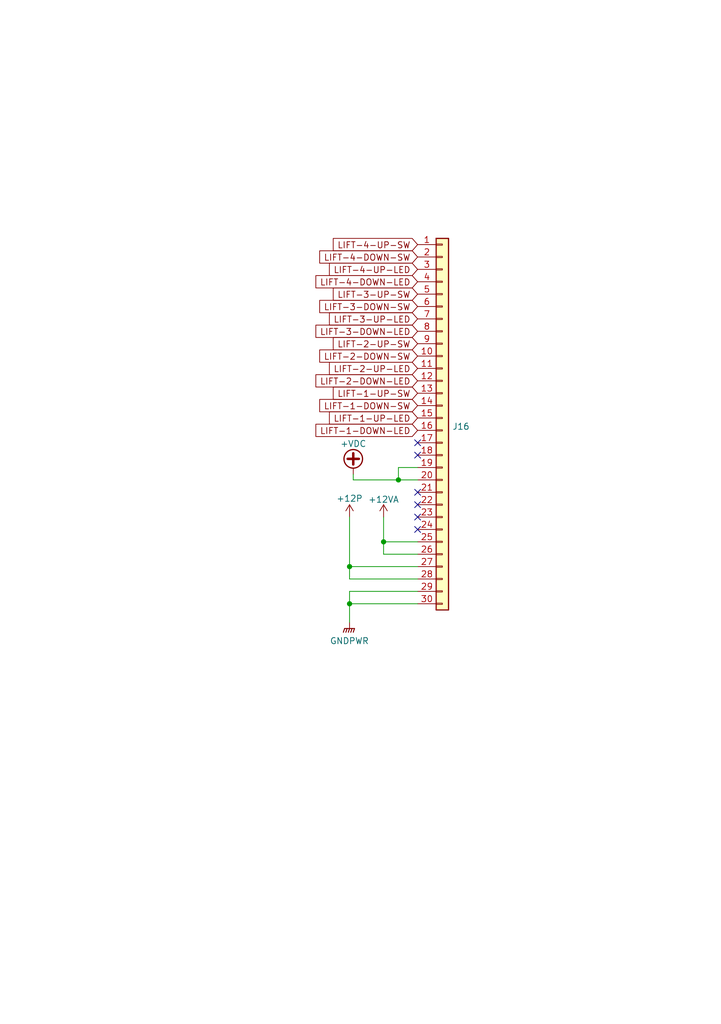
<source format=kicad_sch>
(kicad_sch (version 20231120) (generator "eeschema") (generator_version "8.0")
  (paper "A5" portrait)
  (lib_symbols
    (symbol "Connector_Generic:Conn_01x30" (pin_names (offset 1.016) hide)
      (property "Reference" "J" (at 0 38.1 0))
      (property "Value" "Conn_01x30" (at 0 -40.64 0))
      (symbol "Conn_01x30_1_1"
        (rectangle (start -1.27 -37.973) (end 0 -38.227) (stroke (width 0.1524)))
        (rectangle (start -1.27 -35.433) (end 0 -35.687) (stroke (width 0.1524)))
        (rectangle (start -1.27 -32.893) (end 0 -33.147) (stroke (width 0.1524)))
        (rectangle (start -1.27 -30.353) (end 0 -30.607) (stroke (width 0.1524)))
        (rectangle (start -1.27 -27.813) (end 0 -28.067) (stroke (width 0.1524)))
        (rectangle (start -1.27 -25.273) (end 0 -25.527) (stroke (width 0.1524)))
        (rectangle (start -1.27 -22.733) (end 0 -22.987) (stroke (width 0.1524)))
        (rectangle (start -1.27 -20.193) (end 0 -20.447) (stroke (width 0.1524)))
        (rectangle (start -1.27 -17.653) (end 0 -17.907) (stroke (width 0.1524)))
        (rectangle (start -1.27 -15.113) (end 0 -15.367) (stroke (width 0.1524)))
        (rectangle (start -1.27 -12.573) (end 0 -12.827) (stroke (width 0.1524)))
        (rectangle (start -1.27 -10.033) (end 0 -10.287) (stroke (width 0.1524)))
        (rectangle (start -1.27 -7.493) (end 0 -7.747) (stroke (width 0.1524)))
        (rectangle (start -1.27 -4.953) (end 0 -5.207) (stroke (width 0.1524)))
        (rectangle (start -1.27 -2.413) (end 0 -2.667) (stroke (width 0.1524)))
        (rectangle (start -1.27 0.127) (end 0 -0.127) (stroke (width 0.1524)))
        (rectangle (start -1.27 2.667) (end 0 2.413) (stroke (width 0.1524)))
        (rectangle (start -1.27 5.207) (end 0 4.953) (stroke (width 0.1524)))
        (rectangle (start -1.27 7.747) (end 0 7.493) (stroke (width 0.1524)))
        (rectangle (start -1.27 10.287) (end 0 10.033) (stroke (width 0.1524)))
        (rectangle (start -1.27 12.827) (end 0 12.573) (stroke (width 0.1524)))
        (rectangle (start -1.27 15.367) (end 0 15.113) (stroke (width 0.1524)))
        (rectangle (start -1.27 17.907) (end 0 17.653) (stroke (width 0.1524)))
        (rectangle (start -1.27 20.447) (end 0 20.193) (stroke (width 0.1524)))
        (rectangle (start -1.27 22.987) (end 0 22.733) (stroke (width 0.1524)))
        (rectangle (start -1.27 25.527) (end 0 25.273) (stroke (width 0.1524)))
        (rectangle (start -1.27 28.067) (end 0 27.813) (stroke (width 0.1524)))
        (rectangle (start -1.27 30.607) (end 0 30.353) (stroke (width 0.1524)))
        (rectangle (start -1.27 33.147) (end 0 32.893) (stroke (width 0.1524)))
        (rectangle (start -1.27 35.687) (end 0 35.433) (stroke (width 0.1524)))
        (rectangle (start -1.27 36.83) (end 1.27 -39.37) (stroke (width 0.254)) (fill (type background)))
        (pin passive line (at -5.08 35.56 0) (length 3.81) (name "Pin_1") (number "1"))
        (pin passive line (at -5.08 12.7 0) (length 3.81) (name "Pin_10") (number "10"))
        (pin passive line (at -5.08 10.16 0) (length 3.81) (name "Pin_11") (number "11"))
        (pin passive line (at -5.08 7.62 0) (length 3.81) (name "Pin_12") (number "12"))
        (pin passive line (at -5.08 5.08 0) (length 3.81) (name "Pin_13") (number "13"))
        (pin passive line (at -5.08 2.54 0) (length 3.81) (name "Pin_14") (number "14"))
        (pin passive line (at -5.08 0 0) (length 3.81) (name "Pin_15") (number "15"))
        (pin passive line (at -5.08 -2.54 0) (length 3.81) (name "Pin_16") (number "16"))
        (pin passive line (at -5.08 -5.08 0) (length 3.81) (name "Pin_17") (number "17"))
        (pin passive line (at -5.08 -7.62 0) (length 3.81) (name "Pin_18") (number "18"))
        (pin passive line (at -5.08 -10.16 0) (length 3.81) (name "Pin_19") (number "19"))
        (pin passive line (at -5.08 33.02 0) (length 3.81) (name "Pin_2") (number "2"))
        (pin passive line (at -5.08 -12.7 0) (length 3.81) (name "Pin_20") (number "20"))
        (pin passive line (at -5.08 -15.24 0) (length 3.81) (name "Pin_21") (number "21"))
        (pin passive line (at -5.08 -17.78 0) (length 3.81) (name "Pin_22") (number "22"))
        (pin passive line (at -5.08 -20.32 0) (length 3.81) (name "Pin_23") (number "23"))
        (pin passive line (at -5.08 -22.86 0) (length 3.81) (name "Pin_24") (number "24"))
        (pin passive line (at -5.08 -25.4 0) (length 3.81) (name "Pin_25") (number "25"))
        (pin passive line (at -5.08 -27.94 0) (length 3.81) (name "Pin_26") (number "26"))
        (pin passive line (at -5.08 -30.48 0) (length 3.81) (name "Pin_27") (number "27"))
        (pin passive line (at -5.08 -33.02 0) (length 3.81) (name "Pin_28") (number "28"))
        (pin passive line (at -5.08 -35.56 0) (length 3.81) (name "Pin_29") (number "29"))
        (pin passive line (at -5.08 30.48 0) (length 3.81) (name "Pin_3") (number "3"))
        (pin passive line (at -5.08 -38.1 0) (length 3.81) (name "Pin_30") (number "30"))
        (pin passive line (at -5.08 27.94 0) (length 3.81) (name "Pin_4") (number "4"))
        (pin passive line (at -5.08 25.4 0) (length 3.81) (name "Pin_5") (number "5"))
        (pin passive line (at -5.08 22.86 0) (length 3.81) (name "Pin_6") (number "6"))
        (pin passive line (at -5.08 20.32 0) (length 3.81) (name "Pin_7") (number "7"))
        (pin passive line (at -5.08 17.78 0) (length 3.81) (name "Pin_8") (number "8"))
        (pin passive line (at -5.08 15.24 0) (length 3.81) (name "Pin_9") (number "9"))
      )
    )
    (symbol "power:+12P" (power) (pin_names (offset 0))
      (property "Value" "+12P" (at 0 3.556 0))
      (symbol "+12P_0_1"
        (polyline (pts (xy -0.762 1.27) (xy 0 2.54)))
        (polyline (pts (xy 0 0) (xy 0 2.54)))
        (polyline (pts (xy 0 2.54) (xy 0.762 1.27)))
      )
      (symbol "+12P_1_1"
        (pin power_in line (at 0 0 90) (length 0) hide (name "+12P") (number "1"))
      )
    )
    (symbol "power:+12VA" (power) (pin_names (offset 0))
      (property "Value" "+12VA" (at 0 3.556 0))
      (symbol "+12VA_0_1"
        (polyline (pts (xy -0.762 1.27) (xy 0 2.54)))
        (polyline (pts (xy 0 0) (xy 0 2.54)))
        (polyline (pts (xy 0 2.54) (xy 0.762 1.27)))
      )
      (symbol "+12VA_1_1"
        (pin power_in line (at 0 0 90) (length 0) hide (name "+12VA") (number "1"))
      )
    )
    (symbol "power:+VDC" (power) (pin_names (offset 0))
      (property "Value" "+VDC" (at 0 6.35 0))
      (symbol "+VDC_0_1"
        (polyline (pts (xy -1.143 3.175) (xy 1.143 3.175)) (stroke (width 0.508)))
        (polyline (pts (xy 0 0) (xy 0 1.27)))
        (polyline (pts (xy 0 2.032) (xy 0 4.318)) (stroke (width 0.508)))
        (circle (center 0 3.175) (radius 1.905) (stroke (width 0.254)))
      )
      (symbol "+VDC_1_1"
        (pin power_in line (at 0 0 90) (length 0) hide (name "+VDC") (number "1"))
      )
    )
    (symbol "power:GNDPWR" (power) (pin_names (offset 0))
      (property "Value" "GNDPWR" (at 0 -3.302 0))
      (symbol "GNDPWR_0_1"
        (polyline (pts (xy 0 -1.27) (xy 0 0)))
        (polyline (pts (xy -1.016 -1.27) (xy -1.27 -2.032) (xy -1.27 -2.032)) (stroke (width 0.2032)))
        (polyline (pts (xy -0.508 -1.27) (xy -0.762 -2.032) (xy -0.762 -2.032)) (stroke (width 0.2032)))
        (polyline (pts (xy 0 -1.27) (xy -0.254 -2.032) (xy -0.254 -2.032)) (stroke (width 0.2032)))
        (polyline (pts (xy 0.508 -1.27) (xy 0.254 -2.032) (xy 0.254 -2.032)) (stroke (width 0.2032)))
        (polyline (pts (xy 1.016 -1.27) (xy -1.016 -1.27) (xy -1.016 -1.27)) (stroke (width 0.2032)))
        (polyline (pts (xy 1.016 -1.27) (xy 0.762 -2.032) (xy 0.762 -2.032) (xy 0.762 -2.032)) (stroke (width 0.2032)))
      )
      (symbol "GNDPWR_1_1"
        (pin power_in line (at 0 0 270) (length 0) hide (name "GNDPWR") (number "1"))
      )
    )
  )
  (junction (at 71.755 116.205))
  (junction (at 71.755 123.825))
  (junction (at 78.74 111.125))
  (junction (at 81.788 98.425))
  (no_connect (at 85.725 90.805))
  (no_connect (at 85.725 103.505))
  (no_connect (at 85.725 100.965))
  (no_connect (at 85.725 93.345))
  (no_connect (at 85.725 106.045))
  (no_connect (at 85.725 108.585))
  (wire (pts (xy 81.788 95.885) (xy 81.788 98.425)))
  (wire (pts (xy 78.74 111.125) (xy 78.74 113.665)))
  (wire (pts (xy 71.755 123.825) (xy 71.755 127.635)))
  (wire (pts (xy 85.725 121.285) (xy 71.755 121.285)))
  (wire (pts (xy 85.725 98.425) (xy 81.788 98.425)))
  (wire (pts (xy 71.755 118.745) (xy 71.755 116.205)))
  (wire (pts (xy 85.725 95.885) (xy 81.788 95.885)))
  (wire (pts (xy 71.755 121.285) (xy 71.755 123.825)))
  (wire (pts (xy 85.725 118.745) (xy 71.755 118.745)))
  (wire (pts (xy 81.788 98.425) (xy 72.517 98.425)))
  (wire (pts (xy 85.725 113.665) (xy 78.74 113.665)))
  (wire (pts (xy 85.725 116.205) (xy 71.755 116.205)))
  (wire (pts (xy 85.725 111.125) (xy 78.74 111.125)))
  (wire (pts (xy 72.517 98.425) (xy 72.517 97.282)))
  (wire (pts (xy 85.725 123.825) (xy 71.755 123.825)))
  (wire (pts (xy 71.755 116.205) (xy 71.755 106.045)))
  (wire (pts (xy 78.74 106.045) (xy 78.74 111.125)))
  (global_label "LIFT-3-UP-SW" (shape input) (at 85.725 60.325 180) (property "Intersheetrefs" "${INTERSHEET_REFS}" (effects (hide yes))))
  (global_label "LIFT-4-UP-LED" (shape input) (at 85.725 55.245 180) (property "Intersheetrefs" "${INTERSHEET_REFS}" (effects (hide yes))))
  (global_label "LIFT-2-UP-LED" (shape input) (at 85.725 75.565 180) (property "Intersheetrefs" "${INTERSHEET_REFS}" (effects (hide yes))))
  (global_label "LIFT-2-UP-SW" (shape input) (at 85.725 70.485 180) (property "Intersheetrefs" "${INTERSHEET_REFS}" (effects (hide yes))))
  (global_label "LIFT-1-UP-LED" (shape input) (at 85.725 85.725 180) (property "Intersheetrefs" "${INTERSHEET_REFS}" (effects (hide yes))))
  (global_label "LIFT-4-DOWN-LED" (shape input) (at 85.725 57.785 180) (property "Intersheetrefs" "${INTERSHEET_REFS}" (effects (hide yes))))
  (global_label "LIFT-3-DOWN-SW" (shape input) (at 85.725 62.865 180) (property "Intersheetrefs" "${INTERSHEET_REFS}" (effects (hide yes))))
  (global_label "LIFT-1-DOWN-LED" (shape input) (at 85.725 88.265 180) (property "Intersheetrefs" "${INTERSHEET_REFS}" (effects (hide yes))))
  (global_label "LIFT-2-DOWN-LED" (shape input) (at 85.725 78.105 180) (property "Intersheetrefs" "${INTERSHEET_REFS}" (effects (hide yes))))
  (global_label "LIFT-1-DOWN-SW" (shape input) (at 85.725 83.185 180) (property "Intersheetrefs" "${INTERSHEET_REFS}" (effects (hide yes))))
  (global_label "LIFT-4-UP-SW" (shape input) (at 85.725 50.165 180) (property "Intersheetrefs" "${INTERSHEET_REFS}" (effects (hide yes))))
  (global_label "LIFT-4-DOWN-SW" (shape input) (at 85.725 52.705 180) (property "Intersheetrefs" "${INTERSHEET_REFS}" (effects (hide yes))))
  (global_label "LIFT-3-UP-LED" (shape input) (at 85.725 65.405 180) (property "Intersheetrefs" "${INTERSHEET_REFS}" (effects (hide yes))))
  (global_label "LIFT-2-DOWN-SW" (shape input) (at 85.725 73.025 180) (property "Intersheetrefs" "${INTERSHEET_REFS}" (effects (hide yes))))
  (global_label "LIFT-1-UP-SW" (shape input) (at 85.725 80.645 180) (property "Intersheetrefs" "${INTERSHEET_REFS}" (effects (hide yes))))
  (global_label "LIFT-3-DOWN-LED" (shape input) (at 85.725 67.945 180) (property "Intersheetrefs" "${INTERSHEET_REFS}" (effects (hide yes))))
  (symbol (lib_id "power:+12VA") (at 78.74 106.045 0) (mirror y) (unit 1)
    (property "Reference" "#PWR050" (effects (hide yes)))
    (property "Value" "+12VA" (at 78.74 102.4405 0))
  )
  (symbol (lib_id "power:GNDPWR") (at 71.755 127.635 0) (unit 1)
    (property "Reference" "#PWR048" (effects (hide yes)))
    (property "Value" "GNDPWR" (at 67.691 131.445 0) (effects (justify left)))
  )
  (symbol (lib_id "power:+VDC") (at 72.517 97.282 0) (unit 1)
    (property "Reference" "#PWR049" (effects (hide yes)))
    (property "Value" "+VDC" (at 72.517 91.0105 0))
  )
  (symbol (lib_id "power:+12P") (at 71.755 106.045 0) (mirror y) (unit 1)
    (property "Reference" "#PWR047" (effects (hide yes)))
    (property "Value" "+12P" (at 71.755 102.235 0))
  )
  (symbol (lib_id "Connector_Generic:Conn_01x30") (at 90.805 85.725 0) (unit 1)
    (property "Reference" "J16" (at 92.837 87.474 0) (effects (justify left)))
    (property "Value" "Conn_01x30" (effects (hide yes)))
    (property "Footprint" "Connector_FFC-FPC:Hirose_FH12-30S-0.5SH_1x30-1MP_P0.50mm_Horizontal" (effects (hide yes)))
  )
)
</source>
